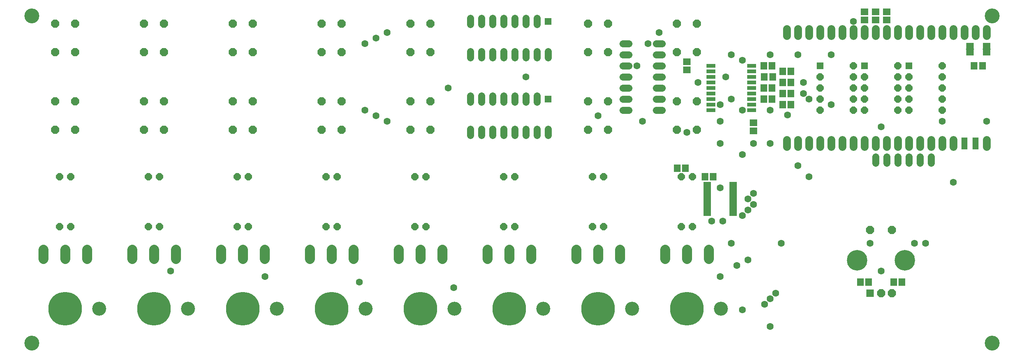
<source format=gbr>
G04 EAGLE Gerber RS-274X export*
G75*
%MOMM*%
%FSLAX34Y34*%
%LPD*%
%INSoldermask Bottom*%
%IPPOS*%
%AMOC8*
5,1,8,0,0,1.08239X$1,22.5*%
G01*
%ADD10C,3.403200*%
%ADD11R,1.703200X1.503200*%
%ADD12R,1.503200X1.703200*%
%ADD13R,2.053200X0.853200*%
%ADD14R,1.653200X0.653200*%
%ADD15P,1.759533X8X22.500000*%
%ADD16P,1.759533X8X202.500000*%
%ADD17R,1.625600X1.625600*%
%ADD18C,2.303200*%
%ADD19C,7.703200*%
%ADD20C,3.203200*%
%ADD21P,1.979475X8X292.500000*%
%ADD22P,1.979475X8X112.500000*%
%ADD23R,1.812800X1.812800*%
%ADD24P,1.962157X8X22.500000*%
%ADD25C,4.703200*%
%ADD26C,1.625600*%
%ADD27C,1.812800*%
%ADD28R,1.473200X2.743200*%
%ADD29R,1.803400X1.371600*%
%ADD30R,1.828800X0.152400*%
%ADD31C,1.603200*%


D10*
X38100Y38100D03*
X38100Y787400D03*
X2235200Y787400D03*
X2235200Y38100D03*
D11*
X1689100Y542900D03*
X1689100Y523900D03*
D12*
X1578000Y419100D03*
X1597000Y419100D03*
D13*
X1591550Y571500D03*
X1591550Y584200D03*
X1591550Y596900D03*
X1591550Y609600D03*
X1591550Y622300D03*
X1591550Y635000D03*
X1591550Y647700D03*
X1591550Y660400D03*
X1591550Y673100D03*
X1685050Y673100D03*
X1685050Y660400D03*
X1685050Y647700D03*
X1685050Y635000D03*
X1685050Y622300D03*
X1685050Y609600D03*
X1685050Y596900D03*
X1685050Y584200D03*
X1685050Y571500D03*
D14*
X1642150Y404050D03*
X1642150Y397550D03*
X1642150Y391050D03*
X1642150Y384550D03*
X1642150Y378050D03*
X1642150Y371550D03*
X1642150Y365050D03*
X1642150Y358550D03*
X1642150Y352050D03*
X1642150Y345550D03*
X1642150Y339050D03*
X1642150Y332550D03*
X1583650Y332550D03*
X1583650Y339050D03*
X1583650Y345550D03*
X1583650Y352050D03*
X1583650Y358550D03*
X1583650Y365050D03*
X1583650Y371550D03*
X1583650Y378050D03*
X1583650Y384550D03*
X1583650Y391050D03*
X1583650Y397550D03*
X1583650Y404050D03*
D15*
X101600Y304800D03*
X127000Y304800D03*
X304800Y304800D03*
X330200Y304800D03*
X508000Y304800D03*
X533400Y304800D03*
X711200Y304800D03*
X736600Y304800D03*
X914400Y304800D03*
X939800Y304800D03*
X1117600Y304800D03*
X1143000Y304800D03*
X1320800Y304800D03*
X1346200Y304800D03*
X1524000Y304800D03*
X1549400Y304800D03*
X101600Y419100D03*
X127000Y419100D03*
X304800Y419100D03*
X330200Y419100D03*
X508000Y419100D03*
X533400Y419100D03*
X711200Y419100D03*
X736600Y419100D03*
X914400Y419100D03*
X939800Y419100D03*
X1117600Y419100D03*
X1143000Y419100D03*
X1320800Y419100D03*
X1346200Y419100D03*
D16*
X1549400Y419100D03*
X1524000Y419100D03*
D17*
X2044700Y673100D03*
D15*
X2044700Y647700D03*
X2044700Y622300D03*
X2044700Y596900D03*
X2044700Y571500D03*
X2120900Y571500D03*
X2120900Y596900D03*
X2120900Y622300D03*
X2120900Y647700D03*
X2120900Y673100D03*
D17*
X1943100Y673100D03*
D15*
X1943100Y647700D03*
X1943100Y622300D03*
X1943100Y596900D03*
X1943100Y571500D03*
X2019300Y571500D03*
X2019300Y596900D03*
X2019300Y622300D03*
X2019300Y647700D03*
X2019300Y673100D03*
D17*
X1841500Y673100D03*
D15*
X1841500Y647700D03*
X1841500Y622300D03*
X1841500Y596900D03*
X1841500Y571500D03*
X1917700Y571500D03*
X1917700Y596900D03*
X1917700Y622300D03*
X1917700Y647700D03*
X1917700Y673100D03*
D18*
X164300Y251800D02*
X164300Y230800D01*
X114300Y230800D02*
X114300Y251800D01*
X64300Y251800D02*
X64300Y230800D01*
D19*
X114300Y116300D03*
D20*
X192300Y116300D03*
D12*
X1514500Y438150D03*
X1533500Y438150D03*
X1774800Y584200D03*
X1755800Y584200D03*
X1731620Y596900D03*
X1712620Y596900D03*
X1774800Y609600D03*
X1755800Y609600D03*
X1731620Y622300D03*
X1712620Y622300D03*
X1774800Y635000D03*
X1755800Y635000D03*
X1732890Y647700D03*
X1713890Y647700D03*
X1774800Y660400D03*
X1755800Y660400D03*
X1731620Y673100D03*
X1712620Y673100D03*
D11*
X1993900Y796900D03*
X1993900Y777900D03*
X1968500Y796900D03*
X1968500Y777900D03*
X1943100Y796900D03*
X1943100Y777900D03*
D21*
X136906Y769112D03*
X136906Y704088D03*
X91694Y769112D03*
X91694Y704088D03*
X949706Y591312D03*
X949706Y526288D03*
X904494Y591312D03*
X904494Y526288D03*
X1356106Y769112D03*
X1356106Y704088D03*
X1310894Y769112D03*
X1310894Y704088D03*
D22*
X1514094Y526288D03*
X1514094Y591312D03*
X1559306Y526288D03*
X1559306Y591312D03*
X1514094Y704088D03*
X1514094Y769112D03*
X1559306Y704088D03*
X1559306Y769112D03*
X1310894Y526288D03*
X1310894Y591312D03*
X1356106Y526288D03*
X1356106Y591312D03*
D23*
X1955800Y152400D03*
D24*
X2005800Y152400D03*
X1980800Y152400D03*
X1955800Y297400D03*
X2005800Y297400D03*
D25*
X1925800Y227400D03*
X2035800Y227400D03*
D21*
X340106Y769112D03*
X340106Y704088D03*
X294894Y769112D03*
X294894Y704088D03*
X543306Y769112D03*
X543306Y704088D03*
X498094Y769112D03*
X498094Y704088D03*
X746506Y769112D03*
X746506Y704088D03*
X701294Y769112D03*
X701294Y704088D03*
X949706Y769112D03*
X949706Y704088D03*
X904494Y769112D03*
X904494Y704088D03*
X136906Y591312D03*
X136906Y526288D03*
X91694Y591312D03*
X91694Y526288D03*
X340106Y591312D03*
X340106Y526288D03*
X294894Y591312D03*
X294894Y526288D03*
X543306Y591312D03*
X543306Y526288D03*
X498094Y591312D03*
X498094Y526288D03*
X746506Y591312D03*
X746506Y526288D03*
X701294Y591312D03*
X701294Y526288D03*
D26*
X2095500Y464312D02*
X2095500Y450088D01*
X2070100Y450088D02*
X2070100Y464312D01*
X2044700Y464312D02*
X2044700Y450088D01*
X2019300Y450088D02*
X2019300Y464312D01*
X1993900Y464312D02*
X1993900Y450088D01*
X1968500Y450088D02*
X1968500Y464312D01*
D18*
X367500Y251800D02*
X367500Y230800D01*
X317500Y230800D02*
X317500Y251800D01*
X267500Y251800D02*
X267500Y230800D01*
D19*
X317500Y116300D03*
D20*
X395500Y116300D03*
D18*
X570700Y230800D02*
X570700Y251800D01*
X520700Y251800D02*
X520700Y230800D01*
X470700Y230800D02*
X470700Y251800D01*
D19*
X520700Y116300D03*
D20*
X598700Y116300D03*
D18*
X773900Y230800D02*
X773900Y251800D01*
X723900Y251800D02*
X723900Y230800D01*
X673900Y230800D02*
X673900Y251800D01*
D19*
X723900Y116300D03*
D20*
X801900Y116300D03*
D18*
X977100Y230800D02*
X977100Y251800D01*
X927100Y251800D02*
X927100Y230800D01*
X877100Y230800D02*
X877100Y251800D01*
D19*
X927100Y116300D03*
D20*
X1005100Y116300D03*
D18*
X1180300Y230800D02*
X1180300Y251800D01*
X1130300Y251800D02*
X1130300Y230800D01*
X1080300Y230800D02*
X1080300Y251800D01*
D19*
X1130300Y116300D03*
D20*
X1208300Y116300D03*
D18*
X1383500Y230800D02*
X1383500Y251800D01*
X1333500Y251800D02*
X1333500Y230800D01*
X1283500Y230800D02*
X1283500Y251800D01*
D19*
X1333500Y116300D03*
D20*
X1411500Y116300D03*
D18*
X1586700Y230800D02*
X1586700Y251800D01*
X1536700Y251800D02*
X1536700Y230800D01*
X1486700Y230800D02*
X1486700Y251800D01*
D19*
X1536700Y116300D03*
D20*
X1614700Y116300D03*
D12*
X1952600Y177800D03*
X1933600Y177800D03*
X2009800Y177800D03*
X2028800Y177800D03*
D27*
X1765300Y741252D02*
X1765300Y757348D01*
X1790700Y757348D02*
X1790700Y741252D01*
X1816100Y741252D02*
X1816100Y757348D01*
X1841500Y757348D02*
X1841500Y741252D01*
X1866900Y741252D02*
X1866900Y757348D01*
X1892300Y757348D02*
X1892300Y741252D01*
X1917700Y741252D02*
X1917700Y757348D01*
X1943100Y757348D02*
X1943100Y741252D01*
X1968500Y741252D02*
X1968500Y757348D01*
X1993900Y757348D02*
X1993900Y741252D01*
X2019300Y741252D02*
X2019300Y757348D01*
X2044700Y757348D02*
X2044700Y741252D01*
X2070100Y741252D02*
X2070100Y757348D01*
X2095500Y757348D02*
X2095500Y741252D01*
X2120900Y741252D02*
X2120900Y757348D01*
X2146300Y757348D02*
X2146300Y741252D01*
X2171700Y741252D02*
X2171700Y757348D01*
X2197100Y757348D02*
X2197100Y741252D01*
X2222500Y741252D02*
X2222500Y757348D01*
X1765300Y503348D02*
X1765300Y487252D01*
X1790700Y487252D02*
X1790700Y503348D01*
X1816100Y503348D02*
X1816100Y487252D01*
X1841500Y487252D02*
X1841500Y503348D01*
X1866900Y503348D02*
X1866900Y487252D01*
X1892300Y487252D02*
X1892300Y503348D01*
X1917700Y503348D02*
X1917700Y487252D01*
X1943100Y487252D02*
X1943100Y503348D01*
X1968500Y503348D02*
X1968500Y487252D01*
X1993900Y487252D02*
X1993900Y503348D01*
X2019300Y503348D02*
X2019300Y487252D01*
X2044700Y487252D02*
X2044700Y503348D01*
X2070100Y503348D02*
X2070100Y487252D01*
X2095500Y487252D02*
X2095500Y503348D01*
X2120900Y503348D02*
X2120900Y487252D01*
X2146300Y487252D02*
X2146300Y503348D01*
X2222500Y503348D02*
X2222500Y487252D01*
D28*
X2171700Y495300D03*
X2197100Y495300D03*
D11*
X1536700Y663600D03*
X1536700Y682600D03*
D17*
X1219200Y596900D03*
D26*
X1193800Y604012D02*
X1193800Y589788D01*
X1066800Y589788D02*
X1066800Y604012D01*
X1041400Y604012D02*
X1041400Y589788D01*
X1168400Y589788D02*
X1168400Y604012D01*
X1143000Y604012D02*
X1143000Y589788D01*
X1092200Y589788D02*
X1092200Y604012D01*
X1117600Y604012D02*
X1117600Y589788D01*
X1041400Y527812D02*
X1041400Y513588D01*
X1066800Y513588D02*
X1066800Y527812D01*
X1092200Y527812D02*
X1092200Y513588D01*
X1117600Y513588D02*
X1117600Y527812D01*
X1143000Y527812D02*
X1143000Y513588D01*
X1168400Y513588D02*
X1168400Y527812D01*
X1193800Y527812D02*
X1193800Y513588D01*
X1219200Y513588D02*
X1219200Y527812D01*
D17*
X1219200Y774700D03*
D26*
X1193800Y781812D02*
X1193800Y767588D01*
X1066800Y767588D02*
X1066800Y781812D01*
X1041400Y781812D02*
X1041400Y767588D01*
X1168400Y767588D02*
X1168400Y781812D01*
X1143000Y781812D02*
X1143000Y767588D01*
X1092200Y767588D02*
X1092200Y781812D01*
X1117600Y781812D02*
X1117600Y767588D01*
X1041400Y705612D02*
X1041400Y691388D01*
X1066800Y691388D02*
X1066800Y705612D01*
X1092200Y705612D02*
X1092200Y691388D01*
X1117600Y691388D02*
X1117600Y705612D01*
X1143000Y705612D02*
X1143000Y691388D01*
X1168400Y691388D02*
X1168400Y705612D01*
X1193800Y705612D02*
X1193800Y691388D01*
X1219200Y691388D02*
X1219200Y705612D01*
X1389888Y723900D02*
X1404112Y723900D01*
X1404112Y698500D02*
X1389888Y698500D01*
X1389888Y571500D02*
X1404112Y571500D01*
X1466088Y571500D02*
X1480312Y571500D01*
X1404112Y673100D02*
X1389888Y673100D01*
X1389888Y647700D02*
X1404112Y647700D01*
X1404112Y596900D02*
X1389888Y596900D01*
X1389888Y622300D02*
X1404112Y622300D01*
X1466088Y596900D02*
X1480312Y596900D01*
X1480312Y622300D02*
X1466088Y622300D01*
X1466088Y647700D02*
X1480312Y647700D01*
X1480312Y673100D02*
X1466088Y673100D01*
X1466088Y698500D02*
X1480312Y698500D01*
X1480312Y723900D02*
X1466088Y723900D01*
D29*
X2222500Y718820D03*
X2222500Y703580D03*
D30*
X2222500Y711200D03*
D29*
X2184400Y718820D03*
X2184400Y703580D03*
D30*
X2184400Y711200D03*
D12*
X2212950Y673100D03*
X2193950Y673100D03*
D31*
X355600Y203200D03*
X571500Y190500D03*
X787400Y177800D03*
X1003300Y165100D03*
X1714500Y127000D03*
X1727200Y139700D03*
X1739900Y152400D03*
X1663700Y469900D03*
X1612900Y584200D03*
X1816100Y419100D03*
X1689100Y495300D03*
X2082800Y266700D03*
X2146300Y406400D03*
X1790700Y444500D03*
X1612900Y495300D03*
X1866900Y698500D03*
X1727200Y495300D03*
X1638300Y596900D03*
X1638300Y698500D03*
X1752600Y266700D03*
X1638300Y266700D03*
X1981200Y203200D03*
X2222500Y546100D03*
X1790700Y698500D03*
X1727200Y698500D03*
X1917700Y774700D03*
X1562100Y635000D03*
X2120900Y546100D03*
X1473200Y749300D03*
X1625600Y647700D03*
X850900Y749300D03*
X800100Y571500D03*
X825500Y558800D03*
X850900Y546100D03*
X800100Y723900D03*
X1168400Y647700D03*
X990600Y622300D03*
X825500Y736600D03*
X1866900Y584200D03*
X1816100Y596900D03*
X1803400Y609600D03*
X1803400Y635000D03*
X1612900Y393700D03*
X1676400Y368300D03*
X1689100Y355600D03*
X1676400Y342900D03*
X1663700Y330200D03*
X1593850Y317500D03*
X1619250Y317500D03*
X1981200Y533400D03*
X1676400Y228600D03*
X1663700Y571500D03*
X1766773Y560273D03*
X1612900Y546100D03*
X1663700Y685800D03*
X1651000Y215900D03*
X1955800Y266700D03*
X2057400Y266700D03*
X1612900Y190500D03*
X1663700Y114300D03*
X1422400Y673100D03*
X1333500Y558800D03*
X1536700Y520700D03*
X1435100Y546100D03*
X1727200Y76200D03*
X1447800Y723900D03*
X1727200Y571500D03*
X1689100Y381000D03*
M02*

</source>
